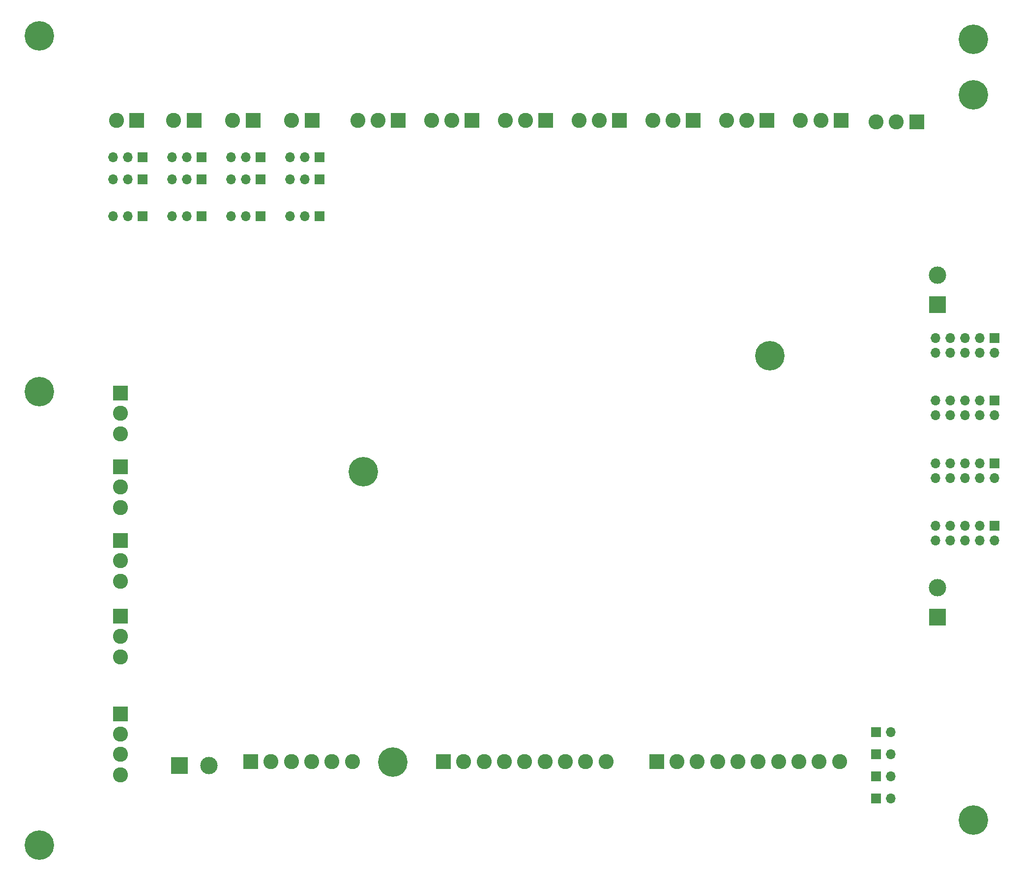
<source format=gbr>
%TF.GenerationSoftware,KiCad,Pcbnew,(5.1.9)-1*%
%TF.CreationDate,2021-02-11T18:19:05-05:00*%
%TF.ProjectId,Tensile_Board,54656e73-696c-4655-9f42-6f6172642e6b,rev?*%
%TF.SameCoordinates,Original*%
%TF.FileFunction,Soldermask,Bot*%
%TF.FilePolarity,Negative*%
%FSLAX46Y46*%
G04 Gerber Fmt 4.6, Leading zero omitted, Abs format (unit mm)*
G04 Created by KiCad (PCBNEW (5.1.9)-1) date 2021-02-11 18:19:05*
%MOMM*%
%LPD*%
G01*
G04 APERTURE LIST*
%ADD10C,5.080000*%
%ADD11O,1.700000X1.700000*%
%ADD12R,1.700000X1.700000*%
%ADD13R,2.600000X2.600000*%
%ADD14C,2.600000*%
%ADD15C,3.000000*%
%ADD16R,3.000000X3.000000*%
G04 APERTURE END LIST*
D10*
%TO.C,REF\u002A\u002A*%
X150000000Y-85000000D03*
%TD*%
%TO.C,REF\u002A\u002A*%
X80000000Y-105000000D03*
%TD*%
%TO.C,REF\u002A\u002A*%
X185000000Y-165000000D03*
%TD*%
%TO.C,REF\u002A\u002A*%
X85000000Y-155000000D03*
%TD*%
%TO.C,REF\u002A\u002A*%
X185000000Y-40000000D03*
%TD*%
%TO.C,REF\u002A\u002A*%
X185000000Y-30480000D03*
%TD*%
D11*
%TO.C,J1*%
X178537000Y-116840000D03*
X178537000Y-114300000D03*
X181077000Y-116840000D03*
X181077000Y-114300000D03*
X183617000Y-116840000D03*
X183617000Y-114300000D03*
X186157000Y-116840000D03*
X186157000Y-114300000D03*
X188697000Y-116840000D03*
D12*
X188697000Y-114300000D03*
%TD*%
D11*
%TO.C,J2*%
X178537000Y-106045000D03*
X178537000Y-103505000D03*
X181077000Y-106045000D03*
X181077000Y-103505000D03*
X183617000Y-106045000D03*
X183617000Y-103505000D03*
X186157000Y-106045000D03*
X186157000Y-103505000D03*
X188697000Y-106045000D03*
D12*
X188697000Y-103505000D03*
%TD*%
%TO.C,J3*%
X188697000Y-92710000D03*
D11*
X188697000Y-95250000D03*
X186157000Y-92710000D03*
X186157000Y-95250000D03*
X183617000Y-92710000D03*
X183617000Y-95250000D03*
X181077000Y-92710000D03*
X181077000Y-95250000D03*
X178537000Y-92710000D03*
X178537000Y-95250000D03*
%TD*%
D10*
%TO.C,DISP_HOLE_3*%
X24130000Y-169345000D03*
%TD*%
%TO.C,DISP_HOLE_2*%
X24130000Y-91145000D03*
%TD*%
%TO.C,DISP_HOLE_1*%
X24130000Y-29845000D03*
%TD*%
D13*
%TO.C,J7*%
X93752000Y-154940000D03*
D14*
X97252000Y-154940000D03*
X100752000Y-154940000D03*
X104252000Y-154940000D03*
X107752000Y-154940000D03*
X111252000Y-154940000D03*
X114752000Y-154940000D03*
X118252000Y-154940000D03*
X121752000Y-154940000D03*
%TD*%
D13*
%TO.C,J8*%
X60579000Y-154940000D03*
D14*
X64079000Y-154940000D03*
X67579000Y-154940000D03*
X71079000Y-154940000D03*
X74579000Y-154940000D03*
X78079000Y-154940000D03*
%TD*%
D12*
%TO.C,J4*%
X188697000Y-81915000D03*
D11*
X188697000Y-84455000D03*
X186157000Y-81915000D03*
X186157000Y-84455000D03*
X183617000Y-81915000D03*
X183617000Y-84455000D03*
X181077000Y-81915000D03*
X181077000Y-84455000D03*
X178537000Y-81915000D03*
X178537000Y-84455000D03*
%TD*%
D14*
%TO.C,J18*%
X78994000Y-44450000D03*
X82494000Y-44450000D03*
D13*
X85994000Y-44450000D03*
%TD*%
%TO.C,J19*%
X98694000Y-44450000D03*
D14*
X95194000Y-44450000D03*
X91694000Y-44450000D03*
%TD*%
%TO.C,J20*%
X104394000Y-44450000D03*
X107894000Y-44450000D03*
D13*
X111394000Y-44450000D03*
%TD*%
%TO.C,J21*%
X124094000Y-44450000D03*
D14*
X120594000Y-44450000D03*
X117094000Y-44450000D03*
%TD*%
D13*
%TO.C,J22*%
X136794000Y-44450000D03*
D14*
X133294000Y-44450000D03*
X129794000Y-44450000D03*
%TD*%
D13*
%TO.C,J23*%
X149494000Y-44450000D03*
D14*
X145994000Y-44450000D03*
X142494000Y-44450000D03*
%TD*%
D13*
%TO.C,J24*%
X162250000Y-44450000D03*
D14*
X158750000Y-44450000D03*
X155250000Y-44450000D03*
%TD*%
%TO.C,J25*%
X168260000Y-44704000D03*
X171760000Y-44704000D03*
D13*
X175260000Y-44704000D03*
%TD*%
D14*
%TO.C,J26*%
X38100000Y-136850000D03*
X38100000Y-133350000D03*
D13*
X38100000Y-129850000D03*
%TD*%
D14*
%TO.C,J27*%
X38100000Y-123825000D03*
X38100000Y-120325000D03*
D13*
X38100000Y-116825000D03*
%TD*%
D14*
%TO.C,J28*%
X38100000Y-111125000D03*
X38100000Y-107625000D03*
D13*
X38100000Y-104125000D03*
%TD*%
%TO.C,J29*%
X38100000Y-91425000D03*
D14*
X38100000Y-94925000D03*
X38100000Y-98425000D03*
%TD*%
D12*
%TO.C,JP10*%
X72390000Y-60960000D03*
D11*
X69850000Y-60960000D03*
X67310000Y-60960000D03*
%TD*%
D12*
%TO.C,JP11*%
X52070000Y-60960000D03*
D11*
X49530000Y-60960000D03*
X46990000Y-60960000D03*
%TD*%
D12*
%TO.C,JP12*%
X62230000Y-60960000D03*
D11*
X59690000Y-60960000D03*
X57150000Y-60960000D03*
%TD*%
D12*
%TO.C,JP13*%
X41910000Y-60960000D03*
D11*
X39370000Y-60960000D03*
X36830000Y-60960000D03*
%TD*%
D12*
%TO.C,JP15*%
X72390000Y-50800000D03*
D11*
X69850000Y-50800000D03*
X67310000Y-50800000D03*
%TD*%
%TO.C,JP16*%
X67310000Y-54610000D03*
X69850000Y-54610000D03*
D12*
X72390000Y-54610000D03*
%TD*%
%TO.C,JP18*%
X52070000Y-50800000D03*
D11*
X49530000Y-50800000D03*
X46990000Y-50800000D03*
%TD*%
%TO.C,JP19*%
X46990000Y-54610000D03*
X49530000Y-54610000D03*
D12*
X52070000Y-54610000D03*
%TD*%
%TO.C,JP21*%
X62230000Y-50800000D03*
D11*
X59690000Y-50800000D03*
X57150000Y-50800000D03*
%TD*%
%TO.C,JP22*%
X57150000Y-54610000D03*
X59690000Y-54610000D03*
D12*
X62230000Y-54610000D03*
%TD*%
%TO.C,JP24*%
X41910000Y-50800000D03*
D11*
X39370000Y-50800000D03*
X36830000Y-50800000D03*
%TD*%
%TO.C,JP25*%
X36830000Y-54610000D03*
X39370000Y-54610000D03*
D12*
X41910000Y-54610000D03*
%TD*%
D13*
%TO.C,J11*%
X38100000Y-146685000D03*
D14*
X38100000Y-150185000D03*
X38100000Y-153685000D03*
X38100000Y-157185000D03*
%TD*%
%TO.C,J12*%
X67620000Y-44450000D03*
D13*
X71120000Y-44450000D03*
%TD*%
D14*
%TO.C,J13*%
X47300000Y-44450000D03*
D13*
X50800000Y-44450000D03*
%TD*%
%TO.C,J16*%
X60960000Y-44450000D03*
D14*
X57460000Y-44450000D03*
%TD*%
D13*
%TO.C,J17*%
X40965000Y-44450000D03*
D14*
X37465000Y-44450000D03*
%TD*%
D13*
%TO.C,J30*%
X130470000Y-154940000D03*
D14*
X133970000Y-154940000D03*
X137470000Y-154940000D03*
X140970000Y-154940000D03*
X144470000Y-154940000D03*
X147970000Y-154940000D03*
X151470000Y-154940000D03*
X154970000Y-154940000D03*
X158470000Y-154940000D03*
X161970000Y-154940000D03*
%TD*%
D11*
%TO.C,JP4*%
X170815000Y-149860000D03*
D12*
X168275000Y-149860000D03*
%TD*%
%TO.C,JP5*%
X168275000Y-153670000D03*
D11*
X170815000Y-153670000D03*
%TD*%
D12*
%TO.C,JP6*%
X168275000Y-157480000D03*
D11*
X170815000Y-157480000D03*
%TD*%
%TO.C,JP7*%
X170815000Y-161290000D03*
D12*
X168275000Y-161290000D03*
%TD*%
D15*
%TO.C,J6*%
X178816000Y-124968000D03*
D16*
X178816000Y-130048000D03*
%TD*%
%TO.C,J9*%
X48260000Y-155575000D03*
D15*
X53340000Y-155575000D03*
%TD*%
D16*
%TO.C,J10*%
X178816000Y-76200000D03*
D15*
X178816000Y-71120000D03*
%TD*%
M02*

</source>
